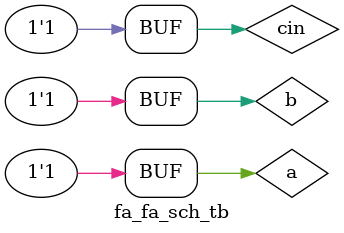
<source format=v>

`timescale 1ns / 1ps

module fa_fa_sch_tb();

// Inputs
   reg a;
   reg b;
   reg cin;

// Output
   wire sum;
   wire cout;

// Bidirs

// Instantiate the UUT
   fa UUT (
		.a(a), 
		.b(b), 
		.cin(cin), 
		.sum(sum), 
		.cout(cout)
   );
// Initialize Inputs
   initial begin
		#20 a = 0; b = 0; cin = 0;
		#20 a = 0; b = 0; cin = 1;
		#20 a = 0; b = 1; cin = 0;
		#20 a = 0; b = 1; cin = 1;
		#20 a = 1; b = 0; cin = 0;
		#20 a = 1; b = 0; cin = 1;
		#20 a = 1; b = 1; cin = 0;
		#20 a = 1; b = 1; cin = 1;
   end
endmodule

</source>
